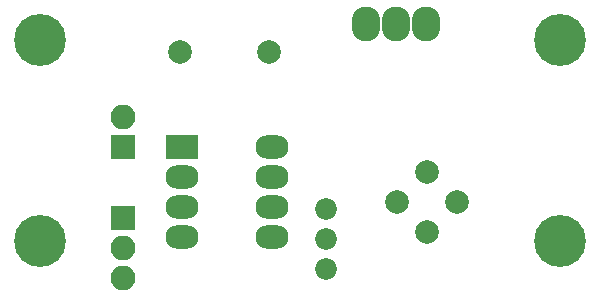
<source format=gbr>
G04 #@! TF.GenerationSoftware,KiCad,Pcbnew,(2017-12-14 revision b47a06e42)-master*
G04 #@! TF.CreationDate,2017-12-14T23:45:36+01:00*
G04 #@! TF.ProjectId,LDR_MLX,4C44525F4D4C582E6B696361645F7063,rev?*
G04 #@! TF.SameCoordinates,Original*
G04 #@! TF.FileFunction,Soldermask,Bot*
G04 #@! TF.FilePolarity,Negative*
%FSLAX46Y46*%
G04 Gerber Fmt 4.6, Leading zero omitted, Abs format (unit mm)*
G04 Created by KiCad (PCBNEW (2017-12-14 revision b47a06e42)-master) date Thu Dec 14 23:45:36 2017*
%MOMM*%
%LPD*%
G01*
G04 APERTURE LIST*
%ADD10C,4.400000*%
%ADD11C,2.000000*%
%ADD12O,2.100000X2.100000*%
%ADD13R,2.100000X2.100000*%
%ADD14C,1.840000*%
%ADD15O,2.800000X2.000000*%
%ADD16R,2.800000X2.000000*%
%ADD17O,2.432000X2.940000*%
G04 APERTURE END LIST*
D10*
X199000000Y-63000000D03*
X199000000Y-80000000D03*
X155000000Y-63000000D03*
X155000000Y-80000000D03*
D11*
X187700000Y-74160000D03*
X190240000Y-76700000D03*
X187700000Y-79240000D03*
X185160000Y-76700000D03*
D12*
X162000000Y-69460000D03*
D13*
X162000000Y-72000000D03*
D12*
X162000000Y-83080000D03*
X162000000Y-80540000D03*
D13*
X162000000Y-78000000D03*
D11*
X174400000Y-64000000D03*
X166800000Y-64000000D03*
D14*
X179200000Y-82380000D03*
X179200000Y-79840000D03*
X179200000Y-77300000D03*
D15*
X174620000Y-72000000D03*
X167000000Y-79620000D03*
X174620000Y-74540000D03*
X167000000Y-77080000D03*
X174620000Y-77080000D03*
X167000000Y-74540000D03*
X174620000Y-79620000D03*
D16*
X167000000Y-72000000D03*
D17*
X187640000Y-61600000D03*
X182560000Y-61600000D03*
X185100000Y-61600000D03*
M02*

</source>
